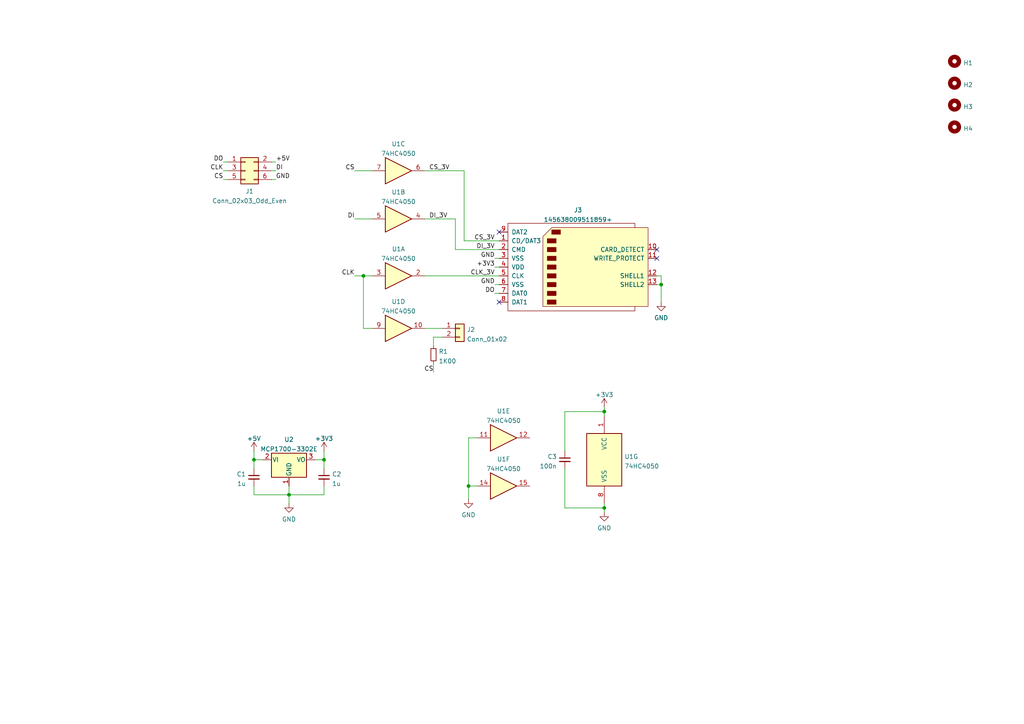
<source format=kicad_sch>
(kicad_sch (version 20211123) (generator eeschema)
  (paper "A4")
  (title_block (title "Compe6502 SD Breakout") (date "2022-01-19") (rev "1") (company "rjh"))
  (lib_symbols
    (symbol "4xxx:4050" (pin_names (offset 1.016))
      (property "Reference" "U" (at 0 1.27 0))
      (property "Value" "4050" (at 0 -1.27 0))
      (symbol "4050_1_0"
        (polyline (pts (xy -3.81 3.81) (xy -3.81 -3.81) (xy 3.81 0) (xy -3.81 3.81)) (stroke (width 0.254)) (fill (type background)))
        (pin output line (at 7.62 0 180) (length 3.81) (name "~") (number "2"))
        (pin input line (at -7.62 0 0) (length 3.81) (name "~") (number "3"))
      )
      (symbol "4050_2_0"
        (polyline (pts (xy -3.81 3.81) (xy -3.81 -3.81) (xy 3.81 0) (xy -3.81 3.81)) (stroke (width 0.254)) (fill (type background)))
        (pin output line (at 7.62 0 180) (length 3.81) (name "~") (number "4"))
        (pin input line (at -7.62 0 0) (length 3.81) (name "~") (number "5"))
      )
      (symbol "4050_3_0"
        (polyline (pts (xy -3.81 3.81) (xy -3.81 -3.81) (xy 3.81 0) (xy -3.81 3.81)) (stroke (width 0.254)) (fill (type background)))
        (pin output line (at 7.62 0 180) (length 3.81) (name "~") (number "6"))
        (pin input line (at -7.62 0 0) (length 3.81) (name "~") (number "7"))
      )
      (symbol "4050_4_0"
        (polyline (pts (xy -3.81 3.81) (xy -3.81 -3.81) (xy 3.81 0) (xy -3.81 3.81)) (stroke (width 0.254)) (fill (type background)))
        (pin output line (at 7.62 0 180) (length 3.81) (name "~") (number "10"))
        (pin input line (at -7.62 0 0) (length 3.81) (name "~") (number "9"))
      )
      (symbol "4050_5_0"
        (polyline (pts (xy -3.81 3.81) (xy -3.81 -3.81) (xy 3.81 0) (xy -3.81 3.81)) (stroke (width 0.254)) (fill (type background)))
        (pin input line (at -7.62 0 0) (length 3.81) (name "~") (number "11"))
        (pin output line (at 7.62 0 180) (length 3.81) (name "~") (number "12"))
      )
      (symbol "4050_6_0"
        (polyline (pts (xy -3.81 3.81) (xy -3.81 -3.81) (xy 3.81 0) (xy -3.81 3.81)) (stroke (width 0.254)) (fill (type background)))
        (pin input line (at -7.62 0 0) (length 3.81) (name "~") (number "14"))
        (pin output line (at 7.62 0 180) (length 3.81) (name "~") (number "15"))
      )
      (symbol "4050_7_0"
        (pin power_in line (at 0 12.7 270) (length 5.08) (name "VCC") (number "1"))
        (pin power_in line (at 0 -12.7 90) (length 5.08) (name "VSS") (number "8"))
      )
      (symbol "4050_7_1"
        (rectangle (start -5.08 7.62) (end 5.08 -7.62) (stroke (width 0.254)) (fill (type background)))
      )
    )
    (symbol "Connector:SD_Card" (pin_names (offset 1.016))
      (property "Reference" "J" (at -16.51 13.97 0))
      (property "Value" "SD_Card" (at 15.24 -13.97 0))
      (symbol "SD_Card_0_1"
        (rectangle (start -8.89 -9.525) (end -6.35 -10.795) (fill (type outline)))
        (rectangle (start -8.89 -6.985) (end -6.35 -8.255) (fill (type outline)))
        (rectangle (start -8.89 -4.445) (end -6.35 -5.715) (fill (type outline)))
        (rectangle (start -8.89 -1.905) (end -6.35 -3.175) (fill (type outline)))
        (rectangle (start -8.89 0.635) (end -6.35 -0.635) (fill (type outline)))
        (rectangle (start -8.89 3.175) (end -6.35 1.905) (fill (type outline)))
        (rectangle (start -8.89 5.715) (end -6.35 4.445) (fill (type outline)))
        (rectangle (start -8.89 8.255) (end -6.35 6.985) (fill (type outline)))
        (rectangle (start -7.62 10.795) (end -5.08 9.525) (fill (type outline)))
        (polyline (pts (xy -10.16 8.89) (xy -7.62 11.43) (xy 20.32 11.43) (xy 20.32 -11.43) (xy -10.16 -11.43) (xy -10.16 8.89)) (fill (type background)))
        (polyline (pts (xy 16.51 11.43) (xy 16.51 12.7) (xy -20.32 12.7) (xy -20.32 -12.7) (xy 16.51 -12.7) (xy 16.51 -11.43)))
      )
      (symbol "SD_Card_1_1"
        (pin input line (at -22.86 7.62 0) (length 2.54) (name "CD/DAT3") (number "1"))
        (pin input line (at 22.86 5.08 180) (length 2.54) (name "CARD_DETECT") (number "10"))
        (pin input line (at 22.86 2.54 180) (length 2.54) (name "WRITE_PROTECT") (number "11"))
        (pin input line (at 22.86 -2.54 180) (length 2.54) (name "SHELL1") (number "12"))
        (pin input line (at 22.86 -5.08 180) (length 2.54) (name "SHELL2") (number "13"))
        (pin input line (at -22.86 5.08 0) (length 2.54) (name "CMD") (number "2"))
        (pin power_in line (at -22.86 2.54 0) (length 2.54) (name "VSS") (number "3"))
        (pin power_in line (at -22.86 0 0) (length 2.54) (name "VDD") (number "4"))
        (pin input line (at -22.86 -2.54 0) (length 2.54) (name "CLK") (number "5"))
        (pin power_in line (at -22.86 -5.08 0) (length 2.54) (name "VSS") (number "6"))
        (pin input line (at -22.86 -7.62 0) (length 2.54) (name "DAT0") (number "7"))
        (pin input line (at -22.86 -10.16 0) (length 2.54) (name "DAT1") (number "8"))
        (pin input line (at -22.86 10.16 0) (length 2.54) (name "DAT2") (number "9"))
      )
    )
    (symbol "Connector_Generic:Conn_01x02" (pin_names (offset 1.016) hide)
      (property "Reference" "J" (at 0 2.54 0))
      (property "Value" "Conn_01x02" (at 0 -5.08 0))
      (symbol "Conn_01x02_1_1"
        (rectangle (start -1.27 -2.413) (end 0 -2.667) (stroke (width 0.1524)))
        (rectangle (start -1.27 0.127) (end 0 -0.127) (stroke (width 0.1524)))
        (rectangle (start -1.27 1.27) (end 1.27 -3.81) (stroke (width 0.254)) (fill (type background)))
        (pin passive line (at -5.08 0 0) (length 3.81) (name "Pin_1") (number "1"))
        (pin passive line (at -5.08 -2.54 0) (length 3.81) (name "Pin_2") (number "2"))
      )
    )
    (symbol "Connector_Generic:Conn_02x03_Odd_Even" (pin_names (offset 1.016) hide)
      (property "Reference" "J" (at 1.27 5.08 0))
      (property "Value" "Conn_02x03_Odd_Even" (at 1.27 -5.08 0))
      (symbol "Conn_02x03_Odd_Even_1_1"
        (rectangle (start -1.27 -2.413) (end 0 -2.667) (stroke (width 0.1524)))
        (rectangle (start -1.27 0.127) (end 0 -0.127) (stroke (width 0.1524)))
        (rectangle (start -1.27 2.667) (end 0 2.413) (stroke (width 0.1524)))
        (rectangle (start -1.27 3.81) (end 3.81 -3.81) (stroke (width 0.254)) (fill (type background)))
        (rectangle (start 3.81 -2.413) (end 2.54 -2.667) (stroke (width 0.1524)))
        (rectangle (start 3.81 0.127) (end 2.54 -0.127) (stroke (width 0.1524)))
        (rectangle (start 3.81 2.667) (end 2.54 2.413) (stroke (width 0.1524)))
        (pin passive line (at -5.08 2.54 0) (length 3.81) (name "Pin_1") (number "1"))
        (pin passive line (at 7.62 2.54 180) (length 3.81) (name "Pin_2") (number "2"))
        (pin passive line (at -5.08 0 0) (length 3.81) (name "Pin_3") (number "3"))
        (pin passive line (at 7.62 0 180) (length 3.81) (name "Pin_4") (number "4"))
        (pin passive line (at -5.08 -2.54 0) (length 3.81) (name "Pin_5") (number "5"))
        (pin passive line (at 7.62 -2.54 180) (length 3.81) (name "Pin_6") (number "6"))
      )
    )
    (symbol "Device:C_Small" (pin_numbers hide) (pin_names (offset 0.254) hide)
      (property "Reference" "C" (at 0.254 1.778 0))
      (property "Value" "C_Small" (at 0.254 -2.032 0))
      (symbol "C_Small_0_1"
        (polyline (pts (xy -1.524 -0.508) (xy 1.524 -0.508)) (stroke (width 0.3302)))
        (polyline (pts (xy -1.524 0.508) (xy 1.524 0.508)) (stroke (width 0.3048)))
      )
      (symbol "C_Small_1_1"
        (pin passive line (at 0 2.54 270) (length 2.032) (name "~") (number "1"))
        (pin passive line (at 0 -2.54 90) (length 2.032) (name "~") (number "2"))
      )
    )
    (symbol "Device:R_Small" (pin_numbers hide) (pin_names (offset 0.254) hide)
      (property "Reference" "R" (at 0.762 0.508 0))
      (property "Value" "R_Small" (at 0.762 -1.016 0))
      (symbol "R_Small_0_1"
        (rectangle (start -0.762 1.778) (end 0.762 -1.778) (stroke (width 0.2032)))
      )
      (symbol "R_Small_1_1"
        (pin passive line (at 0 2.54 270) (length 0.762) (name "~") (number "1"))
        (pin passive line (at 0 -2.54 90) (length 0.762) (name "~") (number "2"))
      )
    )
    (symbol "Mechanical:MountingHole" (pin_names (offset 1.016))
      (property "Reference" "H" (at 0 5.08 0))
      (property "Value" "MountingHole" (at 0 3.175 0))
      (symbol "MountingHole_0_1"
        (circle (center 0 0) (radius 1.27) (stroke (width 1.27)))
      )
    )
    (symbol "Regulator_Linear:MCP1700-3302E_TO92" (pin_names (offset 0.254))
      (property "Reference" "U" (at -3.81 -3.175 0))
      (property "Value" "MCP1700-3302E_TO92" (at 0 -3.175 0))
      (symbol "MCP1700-3302E_TO92_0_1"
        (rectangle (start -5.08 5.08) (end 5.08 -1.905) (stroke (width 0.254)) (fill (type background)))
      )
      (symbol "MCP1700-3302E_TO92_1_1"
        (pin power_in line (at 0 7.62 270) (length 2.54) (name "GND") (number "1"))
        (pin power_in line (at -7.62 0 0) (length 2.54) (name "VI") (number "2"))
        (pin power_out line (at 7.62 0 180) (length 2.54) (name "VO") (number "3"))
      )
    )
    (symbol "power:+3V3" (power) (pin_names (offset 0))
      (property "Value" "+3V3" (at 0 3.556 0))
      (symbol "+3V3_0_1"
        (polyline (pts (xy -0.762 1.27) (xy 0 2.54)))
        (polyline (pts (xy 0 0) (xy 0 2.54)))
        (polyline (pts (xy 0 2.54) (xy 0.762 1.27)))
      )
      (symbol "+3V3_1_1"
        (pin power_in line (at 0 0 90) (length 0) hide (name "+3V3") (number "1"))
      )
    )
    (symbol "power:+5V" (power) (pin_names (offset 0))
      (property "Value" "+5V" (at 0 3.556 0))
      (symbol "+5V_0_1"
        (polyline (pts (xy -0.762 1.27) (xy 0 2.54)))
        (polyline (pts (xy 0 0) (xy 0 2.54)))
        (polyline (pts (xy 0 2.54) (xy 0.762 1.27)))
      )
      (symbol "+5V_1_1"
        (pin power_in line (at 0 0 90) (length 0) hide (name "+5V") (number "1"))
      )
    )
    (symbol "power:GND" (power) (pin_names (offset 0))
      (property "Value" "GND" (at 0 -3.81 0))
      (symbol "GND_0_1"
        (polyline (pts (xy 0 0) (xy 0 -1.27) (xy 1.27 -1.27) (xy 0 -2.54) (xy -1.27 -1.27) (xy 0 -1.27)))
      )
      (symbol "GND_1_1"
        (pin power_in line (at 0 0 270) (length 0) hide (name "GND") (number "1"))
      )
    )
  )
  (junction (at 83.82 143.51))
  (junction (at 73.66 133.35))
  (junction (at 191.77 82.55))
  (junction (at 93.98 133.35))
  (junction (at 175.26 147.32))
  (junction (at 175.26 119.38))
  (junction (at 105.41 80.01))
  (junction (at 135.89 140.97))
  (no_connect (at 190.5 74.93))
  (no_connect (at 190.5 72.39))
  (no_connect (at 144.78 67.31))
  (no_connect (at 144.78 87.63))
  (wire (pts (xy 83.82 140.97) (xy 83.82 143.51)))
  (wire (pts (xy 73.66 140.97) (xy 73.66 143.51)))
  (wire (pts (xy 83.82 143.51) (xy 83.82 146.05)))
  (wire (pts (xy 125.73 97.79) (xy 125.73 100.33)))
  (wire (pts (xy 143.51 74.93) (xy 144.78 74.93)))
  (wire (pts (xy 73.66 143.51) (xy 83.82 143.51)))
  (wire (pts (xy 175.26 119.38) (xy 163.83 119.38)))
  (wire (pts (xy 175.26 147.32) (xy 175.26 148.59)))
  (wire (pts (xy 135.89 140.97) (xy 138.43 140.97)))
  (wire (pts (xy 91.44 133.35) (xy 93.98 133.35)))
  (wire (pts (xy 102.87 49.53) (xy 107.95 49.53)))
  (wire (pts (xy 134.62 49.53) (xy 134.62 69.85)))
  (wire (pts (xy 175.26 146.05) (xy 175.26 147.32)))
  (wire (pts (xy 163.83 119.38) (xy 163.83 130.81)))
  (wire (pts (xy 175.26 118.11) (xy 175.26 119.38)))
  (wire (pts (xy 73.66 130.81) (xy 73.66 133.35)))
  (wire (pts (xy 163.83 135.89) (xy 163.83 147.32)))
  (wire (pts (xy 134.62 69.85) (xy 144.78 69.85)))
  (wire (pts (xy 64.77 49.53) (xy 66.04 49.53)))
  (wire (pts (xy 64.77 46.99) (xy 66.04 46.99)))
  (wire (pts (xy 128.27 97.79) (xy 125.73 97.79)))
  (wire (pts (xy 105.41 80.01) (xy 107.95 80.01)))
  (wire (pts (xy 78.74 49.53) (xy 80.01 49.53)))
  (wire (pts (xy 78.74 52.07) (xy 80.01 52.07)))
  (wire (pts (xy 190.5 80.01) (xy 191.77 80.01)))
  (wire (pts (xy 123.19 95.25) (xy 128.27 95.25)))
  (wire (pts (xy 78.74 46.99) (xy 80.01 46.99)))
  (wire (pts (xy 93.98 143.51) (xy 83.82 143.51)))
  (wire (pts (xy 93.98 140.97) (xy 93.98 143.51)))
  (wire (pts (xy 64.77 52.07) (xy 66.04 52.07)))
  (wire (pts (xy 123.19 63.5) (xy 132.08 63.5)))
  (wire (pts (xy 132.08 72.39) (xy 132.08 63.5)))
  (wire (pts (xy 175.26 119.38) (xy 175.26 120.65)))
  (wire (pts (xy 135.89 127) (xy 135.89 140.97)))
  (wire (pts (xy 190.5 82.55) (xy 191.77 82.55)))
  (wire (pts (xy 143.51 82.55) (xy 144.78 82.55)))
  (wire (pts (xy 73.66 133.35) (xy 76.2 133.35)))
  (wire (pts (xy 135.89 140.97) (xy 135.89 144.78)))
  (wire (pts (xy 102.87 63.5) (xy 107.95 63.5)))
  (wire (pts (xy 73.66 133.35) (xy 73.66 135.89)))
  (wire (pts (xy 191.77 80.01) (xy 191.77 82.55)))
  (wire (pts (xy 123.19 49.53) (xy 134.62 49.53)))
  (wire (pts (xy 125.73 105.41) (xy 125.73 107.95)))
  (wire (pts (xy 138.43 127) (xy 135.89 127)))
  (wire (pts (xy 105.41 80.01) (xy 105.41 95.25)))
  (wire (pts (xy 93.98 133.35) (xy 93.98 130.81)))
  (wire (pts (xy 93.98 133.35) (xy 93.98 135.89)))
  (wire (pts (xy 191.77 82.55) (xy 191.77 87.63)))
  (wire (pts (xy 107.95 95.25) (xy 105.41 95.25)))
  (wire (pts (xy 163.83 147.32) (xy 175.26 147.32)))
  (wire (pts (xy 132.08 72.39) (xy 144.78 72.39)))
  (wire (pts (xy 143.51 85.09) (xy 144.78 85.09)))
  (wire (pts (xy 143.51 77.47) (xy 144.78 77.47)))
  (wire (pts (xy 123.19 80.01) (xy 144.78 80.01)))
  (wire (pts (xy 102.87 80.01) (xy 105.41 80.01)))
  (label "GND" (at 143.51 74.93 180))
  (label "CLK_3V" (at 143.51 80.01 180))
  (label "DO" (at 64.77 46.99 180))
  (label "CS_3V" (at 143.51 69.85 180))
  (label "DI" (at 80.01 49.53 0))
  (label "CS" (at 102.87 49.53 180))
  (label "GND" (at 143.51 82.55 180))
  (label "GND" (at 80.01 52.07 0))
  (label "+5V" (at 80.01 46.99 0))
  (label "CS" (at 125.73 107.95 180))
  (label "+3V3" (at 143.51 77.47 180))
  (label "DI_3V" (at 143.51 72.39 180))
  (label "CLK" (at 102.87 80.01 180))
  (label "CLK" (at 64.77 49.53 180))
  (label "CS_3V" (at 124.46 49.53 0))
  (label "DI" (at 102.87 63.5 180))
  (label "CS" (at 64.77 52.07 180))
  (label "DO" (at 143.51 85.09 180))
  (label "DI_3V" (at 124.46 63.5 0))
  (symbol (lib_id "Device:C_Small") (at 73.66 138.43 0) (unit 1)
    (property "Reference" "C1" (at 71.3359 137.5278 0) (effects (justify right)))
    (property "Value" "1u" (at 71.3359 140.3029 0) (effects (justify right)))
    (property "Footprint" "Capacitor_SMD:C_0805_2012Metric" (effects hide))
  )
  (symbol (lib_id "power:GND") (at 135.89 144.78 0) (unit 1)
    (property "Reference" "#PWR01" (effects hide))
    (property "Value" "GND" (at 135.89 149.3425 0))
  )
  (symbol (lib_id "power:+3V3") (at 93.98 130.81 0) (unit 1)
    (property "Reference" "#PWR07" (effects hide))
    (property "Value" "+3V3" (at 93.98 127.2055 0))
  )
  (symbol (lib_id "4xxx:4050") (at 175.26 133.35 0) (unit 7)
    (property "Reference" "U1" (at 181.102 132.4415 0) (effects (justify left)))
    (property "Value" "74HC4050" (at 181.102 135.2166 0) (effects (justify left)))
    (property "Footprint" "Package_SO:SOIC-16_3.9x9.9mm_P1.27mm" (effects hide))
  )
  (symbol (lib_id "Device:R_Small") (at 125.73 102.87 0) (unit 1)
    (property "Reference" "R1" (at 127.2286 101.9615 0) (effects (justify left)))
    (property "Value" "1K00" (at 127.2286 104.7366 0) (effects (justify left)))
    (property "Footprint" "Resistor_SMD:R_0805_2012Metric" (effects hide))
  )
  (symbol (lib_id "Mechanical:MountingHole") (at 276.86 24.13 0) (unit 1)
    (property "Reference" "H2" (at 279.4 24.609 0) (effects (justify left)))
    (property "Value" "MountingHole" (effects hide))
    (property "Footprint" "MountingHole:MountingHole_3.2mm_M3" (effects hide))
  )
  (symbol (lib_id "Connector:SD_Card") (at 167.64 77.47 0) (unit 1)
    (property "Reference" "J3" (at 167.64 60.9305 0))
    (property "Value" "145638009511859+" (at 167.64 63.7056 0))
    (property "Footprint" "Connector_Card:SD_Kyocera_145638009511859+" (effects hide))
    (property "Datasheet" "http://portal.fciconnect.com/Comergent//fci/drawing/10067847.pdf" (effects hide))
  )
  (symbol (lib_id "Mechanical:MountingHole") (at 276.86 30.48 0) (unit 1)
    (property "Reference" "H3" (at 279.4 30.959 0) (effects (justify left)))
    (property "Value" "MountingHole" (effects hide))
    (property "Footprint" "MountingHole:MountingHole_3.2mm_M3" (effects hide))
  )
  (symbol (lib_id "Mechanical:MountingHole") (at 276.86 17.78 0) (unit 1)
    (property "Reference" "H1" (at 279.4 18.259 0) (effects (justify left)))
    (property "Value" "MountingHole" (effects hide))
    (property "Footprint" "MountingHole:MountingHole_3.2mm_M3" (effects hide))
  )
  (symbol (lib_id "power:GND") (at 83.82 146.05 0) (unit 1)
    (property "Reference" "#PWR06" (effects hide))
    (property "Value" "GND" (at 83.82 150.6125 0))
  )
  (symbol (lib_id "power:GND") (at 175.26 148.59 0) (unit 1)
    (property "Reference" "#PWR03" (effects hide))
    (property "Value" "GND" (at 175.26 153.1525 0))
  )
  (symbol (lib_id "4xxx:4050") (at 115.57 49.53 0) (unit 3)
    (property "Reference" "U1" (at 115.57 41.7535 0))
    (property "Value" "74HC4050" (at 115.57 44.5286 0))
    (property "Footprint" "Package_SO:SOIC-16_3.9x9.9mm_P1.27mm" (effects hide))
  )
  (symbol (lib_id "power:+5V") (at 73.66 130.81 0) (unit 1)
    (property "Reference" "#PWR05" (effects hide))
    (property "Value" "+5V" (at 73.66 127.2055 0))
  )
  (symbol (lib_id "power:GND") (at 191.77 87.63 0) (unit 1)
    (property "Reference" "#PWR04" (effects hide))
    (property "Value" "GND" (at 191.77 92.1925 0))
  )
  (symbol (lib_id "Device:C_Small") (at 93.98 138.43 0) (unit 1)
    (property "Reference" "C2" (at 96.3041 137.5278 0) (effects (justify left)))
    (property "Value" "1u" (at 96.3041 140.3029 0) (effects (justify left)))
    (property "Footprint" "Capacitor_SMD:C_0805_2012Metric" (effects hide))
  )
  (symbol (lib_id "Connector_Generic:Conn_01x02") (at 133.35 95.25 0) (unit 1)
    (property "Reference" "J2" (at 135.382 95.6115 0) (effects (justify left)))
    (property "Value" "Conn_01x02" (at 135.382 98.3866 0) (effects (justify left)))
    (property "Footprint" "Connector_PinHeader_2.54mm:PinHeader_1x02_P2.54mm_Vertical" (effects hide))
  )
  (symbol (lib_id "4xxx:4050") (at 115.57 63.5 0) (unit 2)
    (property "Reference" "U1" (at 115.57 55.7235 0))
    (property "Value" "74HC4050" (at 115.57 58.4986 0))
    (property "Footprint" "Package_SO:SOIC-16_3.9x9.9mm_P1.27mm" (effects hide))
  )
  (symbol (lib_id "Regulator_Linear:MCP1700-3302E_TO92") (at 83.82 133.35 0) (mirror x) (unit 1)
    (property "Reference" "U2" (at 83.82 127.4785 0))
    (property "Value" "MCP1700-3302E" (at 83.82 130.2536 0))
    (property "Footprint" "Package_TO_SOT_SMD:SOT-23" (effects hide))
    (property "Datasheet" "http://ww1.microchip.com/downloads/en/DeviceDoc/20001826D.pdf" (effects hide))
  )
  (symbol (lib_id "4xxx:4050") (at 115.57 95.25 0) (unit 4)
    (property "Reference" "U1" (at 115.57 87.4735 0))
    (property "Value" "74HC4050" (at 115.57 90.2486 0))
    (property "Footprint" "Package_SO:SOIC-16_3.9x9.9mm_P1.27mm" (effects hide))
  )
  (symbol (lib_id "4xxx:4050") (at 115.57 80.01 0) (unit 1)
    (property "Reference" "U1" (at 115.57 72.2335 0))
    (property "Value" "74HC4050" (at 115.57 75.0086 0))
    (property "Footprint" "Package_SO:SOIC-16_3.9x9.9mm_P1.27mm" (effects hide))
  )
  (symbol (lib_id "Mechanical:MountingHole") (at 276.86 36.83 0) (unit 1)
    (property "Reference" "H4" (at 279.4 37.309 0) (effects (justify left)))
    (property "Value" "MountingHole" (effects hide))
    (property "Footprint" "MountingHole:MountingHole_3.2mm_M3" (effects hide))
  )
  (symbol (lib_id "power:+3V3") (at 175.26 118.11 0) (unit 1)
    (property "Reference" "#PWR02" (effects hide))
    (property "Value" "+3V3" (at 175.26 114.5055 0))
  )
  (symbol (lib_id "Device:C_Small") (at 163.83 133.35 0) (unit 1)
    (property "Reference" "C3" (at 161.5059 132.4478 0) (effects (justify right)))
    (property "Value" "100n" (at 161.5059 135.2229 0) (effects (justify right)))
    (property "Footprint" "Capacitor_SMD:C_0805_2012Metric" (effects hide))
  )
  (symbol (lib_id "4xxx:4050") (at 146.05 127 0) (unit 5)
    (property "Reference" "U1" (at 146.05 119.2235 0))
    (property "Value" "74HC4050" (at 146.05 121.9986 0))
    (property "Footprint" "Package_SO:SOIC-16_3.9x9.9mm_P1.27mm" (effects hide))
  )
  (symbol (lib_id "Connector_Generic:Conn_02x03_Odd_Even") (at 71.12 49.53 0) (unit 1)
    (property "Reference" "J1" (at 72.39 55.4895 0))
    (property "Value" "Conn_02x03_Odd_Even" (at 72.39 58.2646 0))
    (property "Footprint" "Connector_PinHeader_2.54mm:PinHeader_2x03_P2.54mm_Vertical" (effects hide))
  )
  (symbol (lib_id "4xxx:4050") (at 146.05 140.97 0) (unit 6)
    (property "Reference" "U1" (at 146.05 133.1935 0))
    (property "Value" "74HC4050" (at 146.05 135.9686 0))
    (property "Footprint" "Package_SO:SOIC-16_3.9x9.9mm_P1.27mm" (effects hide))
  )
)
</source>
